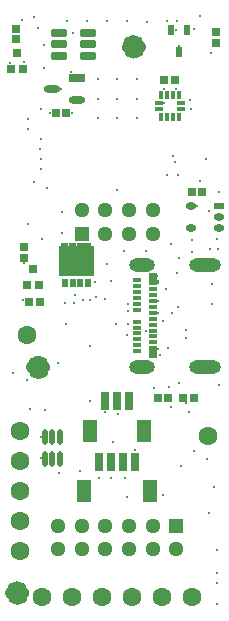
<source format=gbr>
%TF.GenerationSoftware,Altium Limited,Altium Designer,24.6.1 (21)*%
G04 Layer_Color=16711935*
%FSLAX45Y45*%
%MOMM*%
%TF.SameCoordinates,189501FC-2F9B-42A0-9727-E85274D5E768*%
%TF.FilePolarity,Negative*%
%TF.FileFunction,Soldermask,Bot*%
%TF.Part,Single*%
G01*
G75*
%TA.AperFunction,NonConductor*%
%ADD62C,0.50000*%
%ADD63C,1.00000*%
%TA.AperFunction,SMDPad,CuDef*%
%ADD65R,0.67600X0.77600*%
G04:AMPARAMS|DCode=66|XSize=1.286mm|YSize=0.666mm|CornerRadius=0.11175mm|HoleSize=0mm|Usage=FLASHONLY|Rotation=0.000|XOffset=0mm|YOffset=0mm|HoleType=Round|Shape=RoundedRectangle|*
%AMROUNDEDRECTD66*
21,1,1.28600,0.44250,0,0,0.0*
21,1,1.06250,0.66600,0,0,0.0*
1,1,0.22350,0.53125,-0.22125*
1,1,0.22350,-0.53125,-0.22125*
1,1,0.22350,-0.53125,0.22125*
1,1,0.22350,0.53125,0.22125*
%
%ADD66ROUNDEDRECTD66*%
%ADD73R,0.77600X0.67600*%
%ADD76R,0.67600X0.71600*%
%TA.AperFunction,ComponentPad*%
%ADD78C,1.60000*%
%ADD79C,1.28400*%
%ADD80R,1.28400X1.28400*%
%ADD81O,2.67600X1.17600*%
%ADD82O,2.17600X1.17600*%
%TA.AperFunction,ViaPad*%
%ADD83C,1.60000*%
%ADD84C,0.32600*%
%ADD85C,0.45320*%
%TA.AperFunction,SMDPad,CuDef*%
%ADD86R,0.47600X0.67600*%
%ADD87R,0.47600X0.82600*%
%ADD88O,0.87600X0.62600*%
%ADD89R,0.87600X0.62600*%
%ADD90O,1.37600X0.67600*%
%ADD91R,1.37600X0.67600*%
G04:AMPARAMS|DCode=92|XSize=1.316mm|YSize=0.476mm|CornerRadius=0.138mm|HoleSize=0mm|Usage=FLASHONLY|Rotation=270.000|XOffset=0mm|YOffset=0mm|HoleType=Round|Shape=RoundedRectangle|*
%AMROUNDEDRECTD92*
21,1,1.31600,0.20000,0,0,270.0*
21,1,1.04000,0.47600,0,0,270.0*
1,1,0.27600,-0.10000,-0.52000*
1,1,0.27600,-0.10000,0.52000*
1,1,0.27600,0.10000,0.52000*
1,1,0.27600,0.10000,-0.52000*
%
%ADD92ROUNDEDRECTD92*%
%TA.AperFunction,ConnectorPad*%
%ADD93R,0.77600X0.37600*%
%ADD94R,0.77600X1.07600*%
%TA.AperFunction,SMDPad,CuDef*%
%ADD95R,0.67600X1.62600*%
%ADD96R,1.27600X1.87600*%
%ADD97R,0.67600X0.67600*%
%ADD98R,0.77600X0.37600*%
%ADD99R,0.37600X0.77600*%
G36*
X707500Y3092500D02*
Y3117500D01*
X647500D01*
Y3092500D01*
X642500D01*
Y3117500D01*
X582500D01*
Y3092500D01*
X577500D01*
Y3117500D01*
X517500D01*
Y3092500D01*
X512500D01*
Y3117500D01*
X452500D01*
Y3092500D01*
X430000D01*
Y2837500D01*
X730000D01*
Y3092500D01*
X707500D01*
D02*
G37*
D62*
X105000Y155000D02*
G03*
X105000Y155000I-25000J0D01*
G01*
X282500Y2065000D02*
G03*
X282500Y2065000I-25000J0D01*
G01*
X1090000Y4780000D02*
G03*
X1090000Y4780000I-25000J0D01*
G01*
D63*
X130000Y155000D02*
G03*
X130000Y155000I-50000J0D01*
G01*
X307500Y2065000D02*
G03*
X307500Y2065000I-50000J0D01*
G01*
X1115000Y4780000D02*
G03*
X1115000Y4780000I-50000J0D01*
G01*
X30000Y155000D02*
X130000D01*
X207500Y2065000D02*
X307500D01*
X1015000Y4780000D02*
X1115000D01*
D65*
X1765000Y4903500D02*
D03*
Y4813500D02*
D03*
X72500Y4842500D02*
D03*
Y4932500D02*
D03*
X140000Y3085000D02*
D03*
Y2995000D02*
D03*
D66*
X680500Y4895000D02*
D03*
Y4800000D02*
D03*
Y4705000D02*
D03*
X429500D02*
D03*
Y4800000D02*
D03*
Y4895000D02*
D03*
D73*
X1267500Y1807500D02*
D03*
X1357500D02*
D03*
X272500Y2622500D02*
D03*
X182500D02*
D03*
D76*
X1574000Y1810000D02*
D03*
X1486000D02*
D03*
X1646500Y3552500D02*
D03*
X1558500D02*
D03*
X407000Y4217500D02*
D03*
X495000D02*
D03*
X1323500Y4495000D02*
D03*
X1411500D02*
D03*
D78*
X101600Y1016000D02*
D03*
Y762000D02*
D03*
Y508000D02*
D03*
Y1270000D02*
D03*
Y1524000D02*
D03*
X798000Y125000D02*
D03*
X1052000D02*
D03*
X1306000D02*
D03*
X1560000D02*
D03*
X544000D02*
D03*
X290000D02*
D03*
D79*
X425000Y525000D02*
D03*
X625000D02*
D03*
X425000Y725000D02*
D03*
X625000D02*
D03*
X825001Y525000D02*
D03*
X1025001D02*
D03*
X1225001D02*
D03*
X1425001D02*
D03*
X825001Y725000D02*
D03*
X1025001D02*
D03*
X1225001D02*
D03*
X825000Y3197500D02*
D03*
X1025000D02*
D03*
X1225000D02*
D03*
X625000Y3397500D02*
D03*
X825000D02*
D03*
X1025000D02*
D03*
X1225000D02*
D03*
D80*
X1425001Y725000D02*
D03*
X625000Y3197500D02*
D03*
D81*
X1672500Y2934500D02*
D03*
Y2070500D02*
D03*
D82*
X1136500Y2934500D02*
D03*
Y2070500D02*
D03*
D83*
X1697100Y1482700D02*
D03*
X160400Y2341900D02*
D03*
D84*
X1558894Y3042126D02*
D03*
X822700Y2641400D02*
D03*
X492500Y2430000D02*
D03*
X1770000Y3150000D02*
D03*
X425000Y2105000D02*
D03*
X165000Y1955000D02*
D03*
X695000Y2242500D02*
D03*
X747500Y2660000D02*
D03*
X640000Y2635000D02*
D03*
X697500D02*
D03*
X290280Y3156279D02*
D03*
X739600Y2784759D02*
D03*
X457500Y3382500D02*
D03*
X459800Y3205455D02*
D03*
X572200Y2676501D02*
D03*
X1015000Y1770000D02*
D03*
X1704059Y3385941D02*
D03*
X1450000Y4785000D02*
D03*
X1600000Y3432500D02*
D03*
X535000Y4565000D02*
D03*
X1322500Y4300000D02*
D03*
X1435000Y4995000D02*
D03*
X842500Y4997500D02*
D03*
X1572500Y4932500D02*
D03*
X1677500Y3830000D02*
D03*
X1437500Y3695000D02*
D03*
X1350000Y3692500D02*
D03*
X327500Y3587500D02*
D03*
X277500Y3745000D02*
D03*
Y3827500D02*
D03*
Y4000000D02*
D03*
X275000Y3915000D02*
D03*
X255000Y4935000D02*
D03*
X140000Y2947500D02*
D03*
X870000Y2797960D02*
D03*
X1352500Y2230000D02*
D03*
X1275040Y2627500D02*
D03*
X1275040Y2527500D02*
D03*
X1172137Y2375655D02*
D03*
X1272500Y2220000D02*
D03*
X1015600Y2540000D02*
D03*
X825000Y1685000D02*
D03*
X1432500Y2862500D02*
D03*
X122500Y5010000D02*
D03*
X545000Y4217500D02*
D03*
X315000Y1702500D02*
D03*
X1392500Y2525000D02*
D03*
X995000Y1132500D02*
D03*
X875000D02*
D03*
X775000Y1130000D02*
D03*
X889600Y1437099D02*
D03*
X1447500Y1935000D02*
D03*
X1745000Y1050000D02*
D03*
X1705000Y835000D02*
D03*
X1772500Y517500D02*
D03*
X1770000Y327500D02*
D03*
X1772500Y240000D02*
D03*
X1770000Y60000D02*
D03*
X1005000Y970000D02*
D03*
X1380000Y1732500D02*
D03*
X1717500Y4725000D02*
D03*
X985000Y3055000D02*
D03*
X610400Y1185000D02*
D03*
X430000Y1172500D02*
D03*
X1682500Y1290000D02*
D03*
X1315000Y987500D02*
D03*
X1015600Y2603739D02*
D03*
X759999Y4504999D02*
D03*
X1465000Y1232500D02*
D03*
X837500Y2937500D02*
D03*
X1172500Y3055000D02*
D03*
X1380000Y3107500D02*
D03*
X1790000Y1920000D02*
D03*
X1439121Y2578379D02*
D03*
X1020000Y2430000D02*
D03*
X1450000Y2992500D02*
D03*
X1264400Y2837389D02*
D03*
X1777500Y3065000D02*
D03*
X1715000Y3067500D02*
D03*
X1790001Y3549058D02*
D03*
X1012500Y2340000D02*
D03*
X912500Y2432500D02*
D03*
X1575000Y1360000D02*
D03*
X1507500Y2380000D02*
D03*
Y2317500D02*
D03*
X1725000Y2775000D02*
D03*
X1508626Y1764393D02*
D03*
X1530000Y1687500D02*
D03*
X1365000Y1900000D02*
D03*
X1138800Y1485000D02*
D03*
X1562500Y3145000D02*
D03*
X1291361Y2168861D02*
D03*
X1317500Y2455000D02*
D03*
X1337100Y2732500D02*
D03*
X562500Y2612500D02*
D03*
X482500Y2609636D02*
D03*
X222500Y3637500D02*
D03*
X173100Y3277500D02*
D03*
X130000Y2637500D02*
D03*
X190000Y1715000D02*
D03*
X277500Y1297500D02*
D03*
Y1477500D02*
D03*
X692500Y1780000D02*
D03*
X932500Y1670000D02*
D03*
X47500Y2017500D02*
D03*
X1322500Y4422500D02*
D03*
X357500Y4217500D02*
D03*
X173100Y4170000D02*
D03*
Y4085000D02*
D03*
X1240000Y1895000D02*
D03*
X695000Y1527499D02*
D03*
X1075000Y1365000D02*
D03*
X644998Y1014995D02*
D03*
X1204998Y1014996D02*
D03*
X22500Y4640000D02*
D03*
X135000Y4652500D02*
D03*
X925779Y3568280D02*
D03*
X1420000Y4922500D02*
D03*
X672500Y4995000D02*
D03*
X1010000D02*
D03*
X1180000Y4992500D02*
D03*
X1350000Y4995000D02*
D03*
X500000Y4997500D02*
D03*
X1625000Y3639999D02*
D03*
X1625000Y5040000D02*
D03*
X224998Y5035001D02*
D03*
X307500Y4797500D02*
D03*
X1547500Y4252500D02*
D03*
X1545000Y4327500D02*
D03*
X1399400Y3859400D02*
D03*
X1415779Y3800780D02*
D03*
X1425000Y4422500D02*
D03*
X452500D02*
D03*
X282500Y4255000D02*
D03*
X302500Y4597500D02*
D03*
X550000Y4895000D02*
D03*
X759999Y4174999D02*
D03*
X924999D02*
D03*
X1089999Y4175000D02*
D03*
Y4339999D02*
D03*
X924999D02*
D03*
X760000D02*
D03*
X924999Y4505000D02*
D03*
X1089999D02*
D03*
X1725000Y2600000D02*
D03*
D85*
X1264400Y2785000D02*
D03*
D86*
X612500Y2782500D02*
D03*
X677500D02*
D03*
X547500D02*
D03*
X482500D02*
D03*
D87*
X1450000Y4735000D02*
D03*
X1515000Y4925000D02*
D03*
X1385000D02*
D03*
D88*
X1547500Y3245000D02*
D03*
Y3435000D02*
D03*
X1787500Y3245000D02*
D03*
Y3340000D02*
D03*
D89*
Y3435000D02*
D03*
D90*
X371640Y4424020D02*
D03*
X581640Y4329020D02*
D03*
D91*
Y4519020D02*
D03*
D92*
X312500Y1475000D02*
D03*
X377500D02*
D03*
X442500D02*
D03*
Y1288000D02*
D03*
X377500D02*
D03*
X312500D02*
D03*
D93*
X1095500Y2202500D02*
D03*
Y2252500D02*
D03*
Y2302500D02*
D03*
Y2352500D02*
D03*
Y2402500D02*
D03*
Y2452500D02*
D03*
Y2552500D02*
D03*
Y2602500D02*
D03*
Y2652500D02*
D03*
Y2702500D02*
D03*
Y2752500D02*
D03*
Y2802500D02*
D03*
X1225500Y2277500D02*
D03*
Y2327500D02*
D03*
Y2377500D02*
D03*
Y2427500D02*
D03*
Y2477500D02*
D03*
Y2527500D02*
D03*
Y2577500D02*
D03*
Y2627500D02*
D03*
Y2677500D02*
D03*
Y2727500D02*
D03*
D94*
Y2192500D02*
D03*
Y2812500D02*
D03*
D95*
X1074998Y1267497D02*
D03*
X774998Y1267499D02*
D03*
X974998D02*
D03*
X874998D02*
D03*
X825000Y1780002D02*
D03*
X1025000D02*
D03*
X925000D02*
D03*
D96*
X644998Y1014995D02*
D03*
X1204998Y1014996D02*
D03*
X695000Y1527499D02*
D03*
X1152500D02*
D03*
D97*
X266250Y2761250D02*
D03*
X166250D02*
D03*
X216250Y2901250D02*
D03*
X75000Y4730000D02*
D03*
X25000Y4590000D02*
D03*
X125000D02*
D03*
D98*
X1470000Y4252500D02*
D03*
Y4302500D02*
D03*
X1280000D02*
D03*
Y4252500D02*
D03*
D99*
X1450000Y4372500D02*
D03*
X1400000D02*
D03*
X1350000D02*
D03*
X1300000D02*
D03*
Y4182500D02*
D03*
X1350000D02*
D03*
X1400000D02*
D03*
X1450000D02*
D03*
%TF.MD5,23a57bce785375f2fe3961b9ccfc843d*%
M02*

</source>
